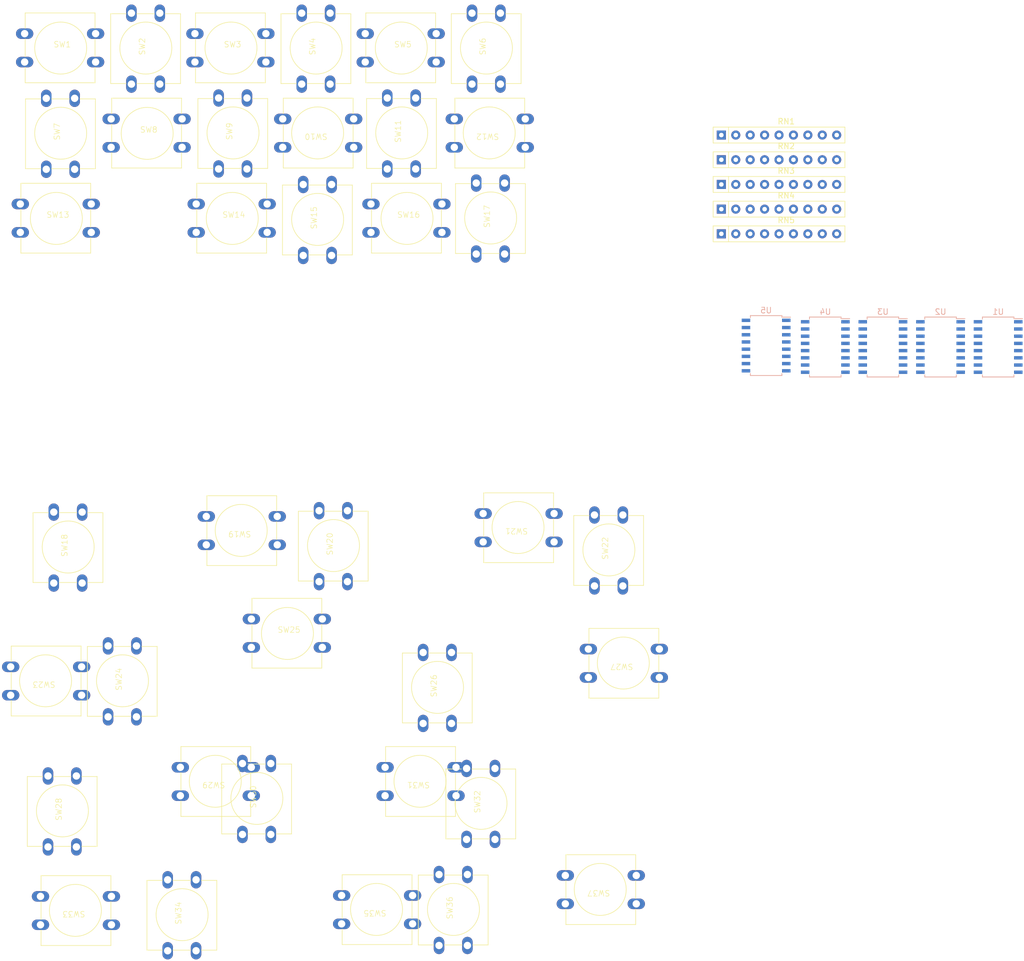
<source format=kicad_pcb>
(kicad_pcb (version 20221018) (generator pcbnew)
  (layers (0 "F.Cu" signal) (31 "B.Cu" signal) (34 "B.Paste" user) (35 "F.Paste" user) (36 "B.SilkS" user "B.Silkscreen") (37 "F.SilkS" user "F.Silkscreen") (38 "B.Mask" user) (39 "F.Mask" user) (44 "Edge.Cuts" user))
  (net 0 "")
  (net 76 "Net-(RN1-R1)")
  (net 77 "Net-(RN1-R2)")
  (net 78 "Net-(RN1-R3)")
  (net 79 "Net-(RN1-R4)")
  (net 80 "Net-(RN1-R5)")
  (net 81 "Net-(RN1-R6)")
  (net 82 "Net-(RN1-R7)")
  (net 83 "Net-(RN1-R8)")
  (footprint "RPN42Library:swith12mm" (layer "F.Cu") (at 80 45 90)
    (fp_text reference "SW4" (at 0.28 -0.64 90 unlocked) (layer "F.SilkS") (effects (font (thickness 0.1))))
    (fp_text value "SW_DPST_x2")
    (pad "1" thru_hole oval (at -6.35 -2.54 90) (size 3.048 1.85) (drill 1.3) (layers "*.Cu" "*.Mask"))
    (pad "1" thru_hole oval (at 6.15 -2.54 90) (size 3.048 1.85) (drill 1.3) (layers "*.Cu" "*.Mask"))
    (pad "2" thru_hole oval (at -6.35 2.46 90) (size 3.048 1.85) (drill 1.3) (layers "*.Cu" "*.Mask"))
    (pad "2" thru_hole oval (at 6.15 2.46 90) (size 3.048 1.85) (drill 1.3) (layers "*.Cu" "*.Mask"))
  )
  (footprint "RPN42Library:swith12mm" (layer "F.Cu") (at 32.338 156.464 180)
    (fp_text reference "SW23" (at 0.28 -0.64 180 unlocked) (layer "F.SilkS") (effects (font (thickness 0.1))))
    (fp_text value "SW_DPST_x2")
    (pad "1" thru_hole oval (at -6.35 -2.54 180) (size 3.048 1.85) (drill 1.3) (layers "*.Cu" "*.Mask"))
    (pad "1" thru_hole oval (at 6.15 -2.54 180) (size 3.048 1.85) (drill 1.3) (layers "*.Cu" "*.Mask"))
    (pad "2" thru_hole oval (at -6.35 2.46 180) (size 3.048 1.85) (drill 1.3) (layers "*.Cu" "*.Mask"))
    (pad "2" thru_hole oval (at 6.15 2.46 180) (size 3.048 1.85) (drill 1.3) (layers "*.Cu" "*.Mask"))
  )
  (footprint "RPN42Library:swith12mm" (layer "F.Cu") (at 36.322 132.896 90)
    (fp_text reference "SW18" (at 0.28 -0.64 90 unlocked) (layer "F.SilkS") (effects (font (thickness 0.1))))
    (fp_text value "SW_DPST_x2")
    (pad "1" thru_hole oval (at -6.35 -2.54 90) (size 3.048 1.85) (drill 1.3) (layers "*.Cu" "*.Mask"))
    (pad "1" thru_hole oval (at 6.15 -2.54 90) (size 3.048 1.85) (drill 1.3) (layers "*.Cu" "*.Mask"))
    (pad "2" thru_hole oval (at -6.35 2.46 90) (size 3.048 1.85) (drill 1.3) (layers "*.Cu" "*.Mask"))
    (pad "2" thru_hole oval (at 6.15 2.46 90) (size 3.048 1.85) (drill 1.3) (layers "*.Cu" "*.Mask"))
  )
  (footprint "Resistor_THT:R_Array_SIP9" (layer "F.Cu") (at 151.384 69.024)
    (fp_text reference "RN3" (at 11.43 -2.4) (layer "F.SilkS"))
    (fp_text value "R_Network08")
    (pad "1" thru_hole rect (at 0 0) (size 1.6 1.6) (drill 0.8) (layers "*.Cu" "*.Mask"))
    (pad "2" thru_hole oval (at 2.54 0) (size 1.6 1.6) (drill 0.8) (layers "*.Cu" "*.Mask"))
    (pad "3" thru_hole oval (at 5.08 0) (size 1.6 1.6) (drill 0.8) (layers "*.Cu" "*.Mask"))
    (pad "4" thru_hole oval (at 7.62 0) (size 1.6 1.6) (drill 0.8) (layers "*.Cu" "*.Mask"))
    (pad "5" thru_hole oval (at 10.16 0) (size 1.6 1.6) (drill 0.8) (layers "*.Cu" "*.Mask"))
    (pad "6" thru_hole oval (at 12.7 0) (size 1.6 1.6) (drill 0.8) (layers "*.Cu" "*.Mask"))
    (pad "7" thru_hole oval (at 15.24 0) (size 1.6 1.6) (drill 0.8) (layers "*.Cu" "*.Mask"))
    (pad "8" thru_hole oval (at 17.78 0) (size 1.6 1.6) (drill 0.8) (layers "*.Cu" "*.Mask"))
    (pad "9" thru_hole oval (at 20.32 0) (size 1.6 1.6) (drill 0.8) (layers "*.Cu" "*.Mask"))
  )
  (footprint "RPN42Library:swith12mm" (layer "F.Cu") (at 98.298 174.164 180)
    (fp_text reference "SW31" (at 0.28 -0.64 180 unlocked) (layer "F.SilkS") (effects (font (thickness 0.1))))
    (fp_text value "SW_DPST_x2")
    (pad "1" thru_hole oval (at -6.35 -2.54 180) (size 3.048 1.85) (drill 1.3) (layers "*.Cu" "*.Mask"))
    (pad "1" thru_hole oval (at 6.15 -2.54 180) (size 3.048 1.85) (drill 1.3) (layers "*.Cu" "*.Mask"))
    (pad "2" thru_hole oval (at -6.35 2.46 180) (size 3.048 1.85) (drill 1.3) (layers "*.Cu" "*.Mask"))
    (pad "2" thru_hole oval (at 6.15 2.46 180) (size 3.048 1.85) (drill 1.3) (layers "*.Cu" "*.Mask"))
  )
  (footprint "RPN42Library:swith12mm" (layer "F.Cu") (at 35 60 90)
    (fp_text reference "SW7" (at 0.28 -0.64 90 unlocked) (layer "F.SilkS") (effects (font (thickness 0.1))))
    (fp_text value "SW_DPST_x2")
    (pad "1" thru_hole oval (at -6.35 -2.54 90) (size 3.048 1.85) (drill 1.3) (layers "*.Cu" "*.Mask"))
    (pad "1" thru_hole oval (at 6.15 -2.54 90) (size 3.048 1.85) (drill 1.3) (layers "*.Cu" "*.Mask"))
    (pad "2" thru_hole oval (at -6.35 2.46 90) (size 3.048 1.85) (drill 1.3) (layers "*.Cu" "*.Mask"))
    (pad "2" thru_hole oval (at 6.15 2.46 90) (size 3.048 1.85) (drill 1.3) (layers "*.Cu" "*.Mask"))
  )
  (footprint "RPN42Library:swith12mm" (layer "F.Cu") (at 65.224 75.01)
    (fp_text reference "SW14" (at 0.28 -0.64 unlocked) (layer "F.SilkS") (effects (font (thickness 0.1))))
    (fp_text value "SW_DPST_x2")
    (pad "1" thru_hole oval (at -6.35 -2.54) (size 3.048 1.85) (drill 1.3) (layers "*.Cu" "*.Mask"))
    (pad "1" thru_hole oval (at 6.15 -2.54) (size 3.048 1.85) (drill 1.3) (layers "*.Cu" "*.Mask"))
    (pad "2" thru_hole oval (at -6.35 2.46) (size 3.048 1.85) (drill 1.3) (layers "*.Cu" "*.Mask"))
    (pad "2" thru_hole oval (at 6.15 2.46) (size 3.048 1.85) (drill 1.3) (layers "*.Cu" "*.Mask"))
  )
  (footprint "RPN42Library:swith12mm" (layer "F.Cu") (at 95 45)
    (fp_text reference "SW5" (at 0.28 -0.64 unlocked) (layer "F.SilkS") (effects (font (thickness 0.1))))
    (fp_text value "SW_DPST_x2")
    (pad "1" thru_hole oval (at -6.35 -2.54) (size 3.048 1.85) (drill 1.3) (layers "*.Cu" "*.Mask"))
    (pad "1" thru_hole oval (at 6.15 -2.54) (size 3.048 1.85) (drill 1.3) (layers "*.Cu" "*.Mask"))
    (pad "2" thru_hole oval (at -6.35 2.46) (size 3.048 1.85) (drill 1.3) (layers "*.Cu" "*.Mask"))
    (pad "2" thru_hole oval (at 6.15 2.46) (size 3.048 1.85) (drill 1.3) (layers "*.Cu" "*.Mask"))
  )
  (footprint "RPN42Library:swith12mm" (layer "F.Cu") (at 90.64 196.74 180)
    (fp_text reference "SW35" (at 0.28 -0.64 180 unlocked) (layer "F.SilkS") (effects (font (thickness 0.1))))
    (fp_text value "SW_DPST_x2")
    (pad "1" thru_hole oval (at -6.35 -2.54 180) (size 3.048 1.85) (drill 1.3) (layers "*.Cu" "*.Mask"))
    (pad "1" thru_hole oval (at 6.15 -2.54 180) (size 3.048 1.85) (drill 1.3) (layers "*.Cu" "*.Mask"))
    (pad "2" thru_hole oval (at -6.35 2.46 180) (size 3.048 1.85) (drill 1.3) (layers "*.Cu" "*.Mask"))
    (pad "2" thru_hole oval (at 6.15 2.46 180) (size 3.048 1.85) (drill 1.3) (layers "*.Cu" "*.Mask"))
  )
  (footprint "RPN42Library:swith12mm" (layer "F.Cu") (at 134.112 153.336 180)
    (fp_text reference "SW27" (at 0.28 -0.64 180 unlocked) (layer "F.SilkS") (effects (font (thickness 0.1))))
    (fp_text value "SW_DPST_x2")
    (pad "1" thru_hole oval (at -6.35 -2.54 180) (size 3.048 1.85) (drill 1.3) (layers "*.Cu" "*.Mask"))
    (pad "1" thru_hole oval (at 6.15 -2.54 180) (size 3.048 1.85) (drill 1.3) (layers "*.Cu" "*.Mask"))
    (pad "2" thru_hole oval (at -6.35 2.46 180) (size 3.048 1.85) (drill 1.3) (layers "*.Cu" "*.Mask"))
    (pad "2" thru_hole oval (at 6.15 2.46 180) (size 3.048 1.85) (drill 1.3) (layers "*.Cu" "*.Mask"))
  )
  (footprint "RPN42Library:swith12mm" (layer "F.Cu") (at 65.358 59.944 90)
    (fp_text reference "SW9" (at 0.28 -0.64 90 unlocked) (layer "F.SilkS") (effects (font (thickness 0.1))))
    (fp_text value "SW_DPST_x2")
    (pad "1" thru_hole oval (at -6.35 -2.54 90) (size 3.048 1.85) (drill 1.3) (layers "*.Cu" "*.Mask"))
    (pad "1" thru_hole oval (at 6.15 -2.54 90) (size 3.048 1.85) (drill 1.3) (layers "*.Cu" "*.Mask"))
    (pad "2" thru_hole oval (at -6.35 2.46 90) (size 3.048 1.85) (drill 1.3) (layers "*.Cu" "*.Mask"))
    (pad "2" thru_hole oval (at 6.15 2.46 90) (size 3.048 1.85) (drill 1.3) (layers "*.Cu" "*.Mask"))
  )
  (footprint "RPN42Library:swith12mm" (layer "F.Cu") (at 45.888 156.464 90)
    (fp_text reference "SW24" (at 0.28 -0.64 90 unlocked) (layer "F.SilkS") (effects (font (thickness 0.1))))
    (fp_text value "SW_DPST_x2")
    (pad "1" thru_hole oval (at -6.35 -2.54 90) (size 3.048 1.85) (drill 1.3) (layers "*.Cu" "*.Mask"))
    (pad "1" thru_hole oval (at 6.15 -2.54 90) (size 3.048 1.85) (drill 1.3) (layers "*.Cu" "*.Mask"))
    (pad "2" thru_hole oval (at -6.35 2.46 90) (size 3.048 1.85) (drill 1.3) (layers "*.Cu" "*.Mask"))
    (pad "2" thru_hole oval (at 6.15 2.46 90) (size 3.048 1.85) (drill 1.3) (layers "*.Cu" "*.Mask"))
  )
  (footprint "RPN42Library:swith12mm" (layer "F.Cu") (at 104.19 196.74 90)
    (fp_text reference "SW36" (at 0.28 -0.64 90 unlocked) (layer "F.SilkS") (effects (font (thickness 0.1))))
    (fp_text value "SW_DPST_x2")
    (pad "1" thru_hole oval (at -6.35 -2.54 90) (size 3.048 1.85) (drill 1.3) (layers "*.Cu" "*.Mask"))
    (pad "1" thru_hole oval (at 6.15 -2.54 90) (size 3.048 1.85) (drill 1.3) (layers "*.Cu" "*.Mask"))
    (pad "2" thru_hole oval (at -6.35 2.46 90) (size 3.048 1.85) (drill 1.3) (layers "*.Cu" "*.Mask"))
    (pad "2" thru_hole oval (at 6.15 2.46 90) (size 3.048 1.85) (drill 1.3) (layers "*.Cu" "*.Mask"))
  )
  (footprint "RPN42Library:swith12mm" (layer "F.Cu") (at 110.744 74.93 90)
    (fp_text reference "SW17" (at 0.28 -0.64 90 unlocked) (layer "F.SilkS") (effects (font (thickness 0.1))))
    (fp_text value "SW_DPST_x2")
    (pad "1" thru_hole oval (at -6.35 -2.54 90) (size 3.048 1.85) (drill 1.3) (layers "*.Cu" "*.Mask"))
    (pad "1" thru_hole oval (at 6.15 -2.54 90) (size 3.048 1.85) (drill 1.3) (layers "*.Cu" "*.Mask"))
    (pad "2" thru_hole oval (at -6.35 2.46 90) (size 3.048 1.85) (drill 1.3) (layers "*.Cu" "*.Mask"))
    (pad "2" thru_hole oval (at 6.15 2.46 90) (size 3.048 1.85) (drill 1.3) (layers "*.Cu" "*.Mask"))
  )
  (footprint "Resistor_THT:R_Array_SIP9" (layer "F.Cu") (at 151.384 60.324)
    (fp_text reference "RN1" (at 11.43 -2.4) (layer "F.SilkS"))
    (fp_text value "R_Network08")
    (pad "1" thru_hole rect (at 0 0) (size 1.6 1.6) (drill 0.8) (layers "*.Cu" "*.Mask"))
    (pad "2" thru_hole oval (at 2.54 0) (size 1.6 1.6) (drill 0.8) (layers "*.Cu" "*.Mask") (net 76 "Net-(RN1-R1)"))
    (pad "3" thru_hole oval (at 5.08 0) (size 1.6 1.6) (drill 0.8) (layers "*.Cu" "*.Mask") (net 77 "Net-(RN1-R2)"))
    (pad "4" thru_hole oval (at 7.62 0) (size 1.6 1.6) (drill 0.8) (layers "*.Cu" "*.Mask") (net 78 "Net-(RN1-R3)"))
    (pad "5" thru_hole oval (at 10.16 0) (size 1.6 1.6) (drill 0.8) (layers "*.Cu" "*.Mask") (net 79 "Net-(RN1-R4)"))
    (pad "6" thru_hole oval (at 12.7 0) (size 1.6 1.6) (drill 0.8) (layers "*.Cu" "*.Mask") (net 80 "Net-(RN1-R5)"))
    (pad "7" thru_hole oval (at 15.24 0) (size 1.6 1.6) (drill 0.8) (layers "*.Cu" "*.Mask") (net 81 "Net-(RN1-R6)"))
    (pad "8" thru_hole oval (at 17.78 0) (size 1.6 1.6) (drill 0.8) (layers "*.Cu" "*.Mask") (net 82 "Net-(RN1-R7)"))
    (pad "9" thru_hole oval (at 20.32 0) (size 1.6 1.6) (drill 0.8) (layers "*.Cu" "*.Mask") (net 83 "Net-(RN1-R8)"))
  )
  (footprint "Resistor_THT:R_Array_SIP9" (layer "F.Cu") (at 151.384 77.724)
    (fp_text reference "RN5" (at 11.43 -2.4) (layer "F.SilkS"))
    (fp_text value "R_Network08")
    (pad "1" thru_hole rect (at 0 0) (size 1.6 1.6) (drill 0.8) (layers "*.Cu" "*.Mask"))
    (pad "2" thru_hole oval (at 2.54 0) (size 1.6 1.6) (drill 0.8) (layers "*.Cu" "*.Mask"))
    (pad "3" thru_hole oval (at 5.08 0) (size 1.6 1.6) (drill 0.8) (layers "*.Cu" "*.Mask"))
    (pad "4" thru_hole oval (at 7.62 0) (size 1.6 1.6) (drill 0.8) (layers "*.Cu" "*.Mask"))
    (pad "5" thru_hole oval (at 10.16 0) (size 1.6 1.6) (drill 0.8) (layers "*.Cu" "*.Mask"))
    (pad "6" thru_hole oval (at 12.7 0) (size 1.6 1.6) (drill 0.8) (layers "*.Cu" "*.Mask"))
    (pad "7" thru_hole oval (at 15.24 0) (size 1.6 1.6) (drill 0.8) (layers "*.Cu" "*.Mask"))
    (pad "8" thru_hole oval (at 17.78 0) (size 1.6 1.6) (drill 0.8) (layers "*.Cu" "*.Mask"))
    (pad "9" thru_hole oval (at 20.32 0) (size 1.6 1.6) (drill 0.8) (layers "*.Cu" "*.Mask"))
  )
  (footprint "RPN42Library:swith12mm" (layer "F.Cu") (at 96.012 75.01)
    (fp_text reference "SW16" (at 0.28 -0.64 unlocked) (layer "F.SilkS") (effects (font (thickness 0.1))))
    (fp_text value "SW_DPST_x2")
    (pad "1" thru_hole oval (at -6.35 -2.54) (size 3.048 1.85) (drill 1.3) (layers "*.Cu" "*.Mask"))
    (pad "1" thru_hole oval (at 6.15 -2.54) (size 3.048 1.85) (drill 1.3) (layers "*.Cu" "*.Mask"))
    (pad "2" thru_hole oval (at -6.35 2.46) (size 3.048 1.85) (drill 1.3) (layers "*.Cu" "*.Mask"))
    (pad "2" thru_hole oval (at 6.15 2.46) (size 3.048 1.85) (drill 1.3) (layers "*.Cu" "*.Mask"))
  )
  (footprint "RPN42Library:swith12mm" (layer "F.Cu") (at 69.558 177.182 90)
    (fp_text reference "SW30" (at 0.28 -0.64 90 unlocked) (layer "F.SilkS") (effects (font (thickness 0.1))))
    (fp_text value "SW_DPST_x2")
    (pad "1" thru_hole oval (at -6.35 -2.54 90) (size 3.048 1.85) (drill 1.3) (layers "*.Cu" "*.Mask"))
    (pad "1" thru_hole oval (at 6.15 -2.54 90) (size 3.048 1.85) (drill 1.3) (layers "*.Cu" "*.Mask"))
    (pad "2" thru_hole oval (at -6.35 2.46 90) (size 3.048 1.85) (drill 1.3) (layers "*.Cu" "*.Mask"))
    (pad "2" thru_hole oval (at 6.15 2.46 90) (size 3.048 1.85) (drill 1.3) (layers "*.Cu" "*.Mask"))
  )
  (footprint "RPN42Library:swith12mm" (layer "F.Cu") (at 56.388 197.666 90)
    (fp_text reference "SW34" (at 0.28 -0.64 90 unlocked) (layer "F.SilkS") (effects (font (thickness 0.1))))
    (fp_text value "SW_DPST_x2")
    (pad "1" thru_hole oval (at -6.35 -2.54 90) (size 3.048 1.85) (drill 1.3) (layers "*.Cu" "*.Mask"))
    (pad "1" thru_hole oval (at 6.15 -2.54 90) (size 3.048 1.85) (drill 1.3) (layers "*.Cu" "*.Mask"))
    (pad "2" thru_hole oval (at -6.35 2.46 90) (size 3.048 1.85) (drill 1.3) (layers "*.Cu" "*.Mask"))
    (pad "2" thru_hole oval (at 6.15 2.46 90) (size 3.048 1.85) (drill 1.3) (layers "*.Cu" "*.Mask"))
  )
  (footprint "RPN42Library:swith12mm" (layer "F.Cu") (at 35.306 179.378 90)
    (fp_text reference "SW28" (at 0.28 -0.64 90 unlocked) (layer "F.SilkS") (effects (font (thickness 0.1))))
    (fp_text value "SW_DPST_x2")
    (pad "1" thru_hole oval (at -6.35 -2.54 90) (size 3.048 1.85) (drill 1.3) (layers "*.Cu" "*.Mask"))
    (pad "1" thru_hole oval (at 6.15 -2.54 90) (size 3.048 1.85) (drill 1.3) (layers "*.Cu" "*.Mask"))
    (pad "2" thru_hole oval (at -6.35 2.46 90) (size 3.048 1.85) (drill 1.3) (layers "*.Cu" "*.Mask"))
    (pad "2" thru_hole oval (at 6.15 2.46 90) (size 3.048 1.85) (drill 1.3) (layers "*.Cu" "*.Mask"))
  )
  (footprint "RPN42Library:swith12mm" (layer "F.Cu") (at 130.048 193.214 180)
    (fp_text reference "SW37" (at 0.28 -0.64 180 unlocked) (layer "F.SilkS") (effects (font (thickness 0.1))))
    (fp_text value "SW_DPST_x2")
    (pad "1" thru_hole oval (at -6.35 -2.54 180) (size 3.048 1.85) (drill 1.3) (layers "*.Cu" "*.Mask"))
    (pad "1" thru_hole oval (at 6.15 -2.54 180) (size 3.048 1.85) (drill 1.3) (layers "*.Cu" "*.Mask"))
    (pad "2" thru_hole oval (at -6.35 2.46 180) (size 3.048 1.85) (drill 1.3) (layers "*.Cu" "*.Mask"))
    (pad "2" thru_hole oval (at 6.15 2.46 180) (size 3.048 1.85) (drill 1.3) (layers "*.Cu" "*.Mask"))
  )
  (footprint "RPN42Library:swith12mm" (layer "F.Cu") (at 34.236 75.01)
    (fp_text reference "SW13" (at 0.28 -0.64 unlocked) (layer "F.SilkS") (effects (font (thickness 0.1))))
    (fp_text value "SW_DPST_x2")
    (pad "1" thru_hole oval (at -6.35 -2.54) (size 3.048 1.85) (drill 1.3) (layers "*.Cu" "*.Mask"))
    (pad "1" thru_hole oval (at 6.15 -2.54) (size 3.048 1.85) (drill 1.3) (layers "*.Cu" "*.Mask"))
    (pad "2" thru_hole oval (at -6.35 2.46) (size 3.048 1.85) (drill 1.3) (layers "*.Cu" "*.Mask"))
    (pad "2" thru_hole oval (at 6.15 2.46) (size 3.048 1.85) (drill 1.3) (layers "*.Cu" "*.Mask"))
  )
  (footprint "RPN42Library:swith12mm" (layer "F.Cu") (at 95.076 59.944 90)
    (fp_text reference "SW11" (at 0.28 -0.64 90 unlocked) (layer "F.SilkS") (effects (font (thickness 0.1))))
    (fp_text value "SW_DPST_x2")
    (pad "1" thru_hole oval (at -6.35 -2.54 90) (size 3.048 1.85) (drill 1.3) (layers "*.Cu" "*.Mask"))
    (pad "1" thru_hole oval (at 6.15 -2.54 90) (size 3.048 1.85) (drill 1.3) (layers "*.Cu" "*.Mask"))
    (pad "2" thru_hole oval (at -6.35 2.46 90) (size 3.048 1.85) (drill 1.3) (layers "*.Cu" "*.Mask"))
    (pad "2" thru_hole oval (at 6.15 2.46 90) (size 3.048 1.85) (drill 1.3) (layers "*.Cu" "*.Mask"))
  )
  (footprint "RPN42Library:swith12mm" (layer "F.Cu") (at 50.238 60.024)
    (fp_text reference "SW8" (at 0.28 -0.64 unlocked) (layer "F.SilkS") (effects (font (thickness 0.1))))
    (fp_text value "SW_DPST_x2")
    (pad "1" thru_hole oval (at -6.35 -2.54) (size 3.048 1.85) (drill 1.3) (layers "*.Cu" "*.Mask"))
    (pad "1" thru_hole oval (at 6.15 -2.54) (size 3.048 1.85) (drill 1.3) (layers "*.Cu" "*.Mask"))
    (pad "2" thru_hole oval (at -6.35 2.46) (size 3.048 1.85) (drill 1.3) (layers "*.Cu" "*.Mask"))
    (pad "2" thru_hole oval (at 6.15 2.46) (size 3.048 1.85) (drill 1.3) (layers "*.Cu" "*.Mask"))
  )
  (footprint "RPN42Library:swith12mm" (layer "F.Cu") (at 35 45)
    (fp_text reference "SW1" (at 0.28 -0.64 unlocked) (layer "F.SilkS") (effects (font (thickness 0.1))))
    (fp_text value "SW_DPST_x2")
    (pad "1" thru_hole oval (at -6.35 -2.54) (size 3.048 1.85) (drill 1.3) (layers "*.Cu" "*.Mask"))
    (pad "1" thru_hole oval (at 6.15 -2.54) (size 3.048 1.85) (drill 1.3) (layers "*.Cu" "*.Mask"))
    (pad "2" thru_hole oval (at -6.35 2.46) (size 3.048 1.85) (drill 1.3) (layers "*.Cu" "*.Mask"))
    (pad "2" thru_hole oval (at 6.15 2.46) (size 3.048 1.85) (drill 1.3) (layers "*.Cu" "*.Mask"))
  )
  (footprint "RPN42Library:swith12mm" (layer "F.Cu") (at 83.058 132.642 90)
    (fp_text reference "SW20" (at 0.28 -0.64 90 unlocked) (layer "F.SilkS") (effects (font (thickness 0.1))))
    (fp_text value "SW_DPST_x2")
    (pad "1" thru_hole oval (at -6.35 -2.54 90) (size 3.048 1.85) (drill 1.3) (layers "*.Cu" "*.Mask"))
    (pad "1" thru_hole oval (at 6.15 -2.54 90) (size 3.048 1.85) (drill 1.3) (layers "*.Cu" "*.Mask"))
    (pad "2" thru_hole oval (at -6.35 2.46 90) (size 3.048 1.85) (drill 1.3) (layers "*.Cu" "*.Mask"))
    (pad "2" thru_hole oval (at 6.15 2.46 90) (size 3.048 1.85) (drill 1.3) (layers "*.Cu" "*.Mask"))
  )
  (footprint "RPN42Library:swith12mm" (layer "F.Cu") (at 110 45 90)
    (fp_text reference "SW6" (at 0.28 -0.64 90 unlocked) (layer "F.SilkS") (effects (font (thickness 0.1))))
    (fp_text value "SW_DPST_x2")
    (pad "1" thru_hole oval (at -6.35 -2.54 90) (size 3.048 1.85) (drill 1.3) (layers "*.Cu" "*.Mask"))
    (pad "1" thru_hole oval (at 6.15 -2.54 90) (size 3.048 1.85) (drill 1.3) (layers "*.Cu" "*.Mask"))
    (pad "2" thru_hole oval (at -6.35 2.46 90) (size 3.048 1.85) (drill 1.3) (layers "*.Cu" "*.Mask"))
    (pad "2" thru_hole oval (at 6.15 2.46 90) (size 3.048 1.85) (drill 1.3) (layers "*.Cu" "*.Mask"))
  )
  (footprint "Resistor_THT:R_Array_SIP9" (layer "F.Cu") (at 151.384 73.374)
    (fp_text reference "RN4" (at 11.43 -2.4) (layer "F.SilkS"))
    (fp_text value "R_Network08")
    (pad "1" thru_hole rect (at 0 0) (size 1.6 1.6) (drill 0.8) (layers "*.Cu" "*.Mask"))
    (pad "2" thru_hole oval (at 2.54 0) (size 1.6 1.6) (drill 0.8) (layers "*.Cu" "*.Mask"))
    (pad "3" thru_hole oval (at 5.08 0) (size 1.6 1.6) (drill 0.8) (layers "*.Cu" "*.Mask"))
    (pad "4" thru_hole oval (at 7.62 0) (size 1.6 1.6) (drill 0.8) (layers "*.Cu" "*.Mask"))
    (pad "5" thru_hole oval (at 10.16 0) (size 1.6 1.6) (drill 0.8) (layers "*.Cu" "*.Mask"))
    (pad "6" thru_hole oval (at 12.7 0) (size 1.6 1.6) (drill 0.8) (layers "*.Cu" "*.Mask"))
    (pad "7" thru_hole oval (at 15.24 0) (size 1.6 1.6) (drill 0.8) (layers "*.Cu" "*.Mask"))
    (pad "8" thru_hole oval (at 17.78 0) (size 1.6 1.6) (drill 0.8) (layers "*.Cu" "*.Mask"))
    (pad "9" thru_hole oval (at 20.32 0) (size 1.6 1.6) (drill 0.8) (layers "*.Cu" "*.Mask"))
  )
  (footprint "RPN42Library:swith12mm" (layer "F.Cu") (at 109.046 178.054 90)
    (fp_text reference "SW32" (at 0.28 -0.64 90 unlocked) (layer "F.SilkS") (effects (font (thickness 0.1))))
    (fp_text value "SW_DPST_x2")
    (pad "1" thru_hole oval (at -6.35 -2.54 90) (size 3.048 1.85) (drill 1.3) (layers "*.Cu" "*.Mask"))
    (pad "1" thru_hole oval (at 6.15 -2.54 90) (size 3.048 1.85) (drill 1.3) (layers "*.Cu" "*.Mask"))
    (pad "2" thru_hole oval (at -6.35 2.46 90) (size 3.048 1.85) (drill 1.3) (layers "*.Cu" "*.Mask"))
    (pad "2" thru_hole oval (at 6.15 2.46 90) (size 3.048 1.85) (drill 1.3) (layers "*.Cu" "*.Mask"))
  )
  (footprint "RPN42Library:swith12mm" (layer "F.Cu") (at 80.264 75.184 90)
    (fp_text reference "SW15" (at 0.28 -0.64 90 unlocked) (layer "F.SilkS") (effects (font (thickness 0.1))))
    (fp_text value "SW_DPST_x2")
    (pad "1" thru_hole oval (at -6.35 -2.54 90) (size 3.048 1.85) (drill 1.3) (layers "*.Cu" "*.Mask"))
    (pad "1" thru_hole oval (at 6.15 -2.54 90) (size 3.048 1.85) (drill 1.3) (layers "*.Cu" "*.Mask"))
    (pad "2" thru_hole oval (at -6.35 2.46 90) (size 3.048 1.85) (drill 1.3) (layers "*.Cu" "*.Mask"))
    (pad "2" thru_hole oval (at 6.15 2.46 90) (size 3.048 1.85) (drill 1.3) (layers "*.Cu" "*.Mask"))
  )
  (footprint "RPN42Library:swith12mm" (layer "F.Cu") (at 66.802 129.968 180)
    (fp_text reference "SW19" (at 0.28 -0.64 180 unlocked) (layer "F.SilkS") (effects (font (thickness 0.1))))
    (fp_text value "SW_DPST_x2")
    (pad "1" thru_hole oval (at -6.35 -2.54 180) (size 3.048 1.85) (drill 1.3) (layers "*.Cu" "*.Mask"))
    (pad "1" thru_hole oval (at 6.15 -2.54 180) (size 3.048 1.85) (drill 1.3) (layers "*.Cu" "*.Mask"))
    (pad "2" thru_hole oval (at -6.35 2.46 180) (size 3.048 1.85) (drill 1.3) (layers "*.Cu" "*.Mask"))
    (pad "2" thru_hole oval (at 6.15 2.46 180) (size 3.048 1.85) (drill 1.3) (layers "*.Cu" "*.Mask"))
  )
  (footprint "RPN42Library:swith12mm" (layer "F.Cu") (at 80.264 59.944 180)
    (fp_text reference "SW10" (at 0.28 -0.64 180 unlocked) (layer "F.SilkS") (effects (font (thickness 0.1))))
    (fp_text value "SW_DPST_x2")
    (pad "1" thru_hole oval (at -6.35 -2.54 180) (size 3.048 1.85) (drill 1.3) (layers "*.Cu" "*.Mask"))
    (pad "1" thru_hole oval (at 6.15 -2.54 180) (size 3.048 1.85) (drill 1.3) (layers "*.Cu" "*.Mask"))
    (pad "2" thru_hole oval (at -6.35 2.46 180) (size 3.048 1.85) (drill 1.3) (layers "*.Cu" "*.Mask"))
    (pad "2" thru_hole oval (at 6.15 2.46 180) (size 3.048 1.85) (drill 1.3) (layers "*.Cu" "*.Mask"))
  )
  (footprint "Resistor_THT:R_Array_SIP9" (layer "F.Cu") (at 151.384 64.674)
    (fp_text reference "RN2" (at 11.43 -2.4) (layer "F.SilkS"))
    (fp_text value "R_Network08")
    (pad "1" thru_hole rect (at 0 0) (size 1.6 1.6) (drill 0.8) (layers "*.Cu" "*.Mask"))
    (pad "2" thru_hole oval (at 2.54 0) (size 1.6 1.6) (drill 0.8) (layers "*.Cu" "*.Mask"))
    (pad "3" thru_hole oval (at 5.08 0) (size 1.6 1.6) (drill 0.8) (layers "*.Cu" "*.Mask"))
    (pad "4" thru_hole oval (at 7.62 0) (size 1.6 1.6) (drill 0.8) (layers "*.Cu" "*.Mask"))
    (pad "5" thru_hole oval (at 10.16 0) (size 1.6 1.6) (drill 0.8) (layers "*.Cu" "*.Mask"))
    (pad "6" thru_hole oval (at 12.7 0) (size 1.6 1.6) (drill 0.8) (layers "*.Cu" "*.Mask"))
    (pad "7" thru_hole oval (at 15.24 0) (size 1.6 1.6) (drill 0.8) (layers "*.Cu" "*.Mask"))
    (pad "8" thru_hole oval (at 17.78 0) (size 1.6 1.6) (drill 0.8) (layers "*.Cu" "*.Mask"))
    (pad "9" thru_hole oval (at 20.32 0) (size 1.6 1.6) (drill 0.8) (layers "*.Cu" "*.Mask"))
  )
  (footprint "RPN42Library:swith12mm" (layer "F.Cu") (at 74.944 148.122)
    (fp_text reference "SW25" (at 0.28 -0.64 unlocked) (layer "F.SilkS") (effects (font (thickness 0.1))))
    (fp_text value "SW_DPST_x2")
    (pad "1" thru_hole oval (at -6.35 -2.54) (size 3.048 1.85) (drill 1.3) (layers "*.Cu" "*.Mask"))
    (pad "1" thru_hole oval (at 6.15 -2.54) (size 3.048 1.85) (drill 1.3) (layers "*.Cu" "*.Mask"))
    (pad "2" thru_hole oval (at -6.35 2.46) (size 3.048 1.85) (drill 1.3) (layers "*.Cu" "*.Mask"))
    (pad "2" thru_hole oval (at 6.15 2.46) (size 3.048 1.85) (drill 1.3) (layers "*.Cu" "*.Mask"))
  )
  (footprint "RPN42Library:swith12mm" (layer "F.Cu") (at 50 45 90)
    (fp_text reference "SW2" (at 0.28 -0.64 90 unlocked) (layer "F.SilkS") (effects (font (thickness 0.1))))
    (fp_text value "SW_DPST_x2")
    (pad "1" thru_hole oval (at -6.35 -2.54 90) (size 3.048 1.85) (drill 1.3) (layers "*.Cu" "*.Mask"))
    (pad "1" thru_hole oval (at 6.15 -2.54 90) (size 3.048 1.85) (drill 1.3) (layers "*.Cu" "*.Mask"))
    (pad "2" thru_hole oval (at -6.35 2.46 90) (size 3.048 1.85) (drill 1.3) (layers "*.Cu" "*.Mask"))
    (pad "2" thru_hole oval (at 6.15 2.46 90) (size 3.048 1.85) (drill 1.3) (layers "*.Cu" "*.Mask"))
  )
  (footprint "RPN42Library:swith12mm" (layer "F.Cu") (at 115.57 129.46 180)
    (fp_text reference "SW21" (at 0.28 -0.64 180 unlocked) (layer "F.SilkS") (effects (font (thickness 0.1))))
    (fp_text value "SW_DPST_x2")
    (pad "1" thru_hole oval (at -6.35 -2.54 180) (size 3.048 1.85) (drill 1.3) (layers "*.Cu" "*.Mask"))
    (pad "1" thru_hole oval (at 6.15 -2.54 180) (size 3.048 1.85) (drill 1.3) (layers "*.Cu" "*.Mask"))
    (pad "2" thru_hole oval (at -6.35 2.46 180) (size 3.048 1.85) (drill 1.3) (layers "*.Cu" "*.Mask"))
    (pad "2" thru_hole oval (at 6.15 2.46 180) (size 3.048 1.85) (drill 1.3) (layers "*.Cu" "*.Mask"))
  )
  (footprint "RPN42Library:swith12mm" (layer "F.Cu") (at 37.592 196.904 180)
    (fp_text reference "SW33" (at 0.28 -0.64 180 unlocked) (layer "F.SilkS") (effects (font (thickness 0.1))))
    (fp_text value "SW_DPST_x2")
    (pad "1" thru_hole oval (at -6.35 -2.54 180) (size 3.048 1.85) (drill 1.3) (layers "*.Cu" "*.Mask"))
    (pad "1" thru_hole oval (at 6.15 -2.54 180) (size 3.048 1.85) (drill 1.3) (layers "*.Cu" "*.Mask"))
    (pad "2" thru_hole oval (at -6.35 2.46 180) (size 3.048 1.85) (drill 1.3) (layers "*.Cu" "*.Mask"))
    (pad "2" thru_hole oval (at 6.15 2.46 180) (size 3.048 1.85) (drill 1.3) (layers "*.Cu" "*.Mask"))
  )
  (footprint "RPN42Library:swith12mm" (layer "F.Cu") (at 110.49 59.944 180)
    (fp_text reference "SW12" (at 0.28 -0.64 180 unlocked) (layer "F.SilkS") (effects (font (thickness 0.1))))
    (fp_text value "SW_DPST_x2")
    (pad "1" thru_hole oval (at -6.35 -2.54 180) (size 3.048 1.85) (drill 1.3) (layers "*.Cu" "*.Mask"))
    (pad "1" thru_hole oval (at 6.15 -2.54 180) (size 3.048 1.85) (drill 1.3) (layers "*.Cu" "*.Mask"))
    (pad "2" thru_hole oval (at -6.35 2.46 180) (size 3.048 1.85) (drill 1.3) (layers "*.Cu" "*.Mask"))
    (pad "2" thru_hole oval (at 6.15 2.46 180) (size 3.048 1.85) (drill 1.3) (layers "*.Cu" "*.Mask"))
  )
  (footprint "RPN42Library:swith12mm" (layer "F.Cu") (at 131.572 133.404 90)
    (fp_text reference "SW22" (at 0.28 -0.64 90 unlocked) (layer "F.SilkS") (effects (font (thickness 0.1))))
    (fp_text value "SW_DPST_x2")
    (pad "1" thru_hole oval (at -6.35 -2.54 90) (size 3.048 1.85) (drill 1.3) (layers "*.Cu" "*.Mask"))
    (pad "1" thru_hole oval (at 6.15 -2.54 90) (size 3.048 1.85) (drill 1.3) (layers "*.Cu" "*.Mask"))
    (pad "2" thru_hole oval (at -6.35 2.46 90) (size 3.048 1.85) (drill 1.3) (layers "*.Cu" "*.Mask"))
    (pad "2" thru_hole oval (at 6.15 2.46 90) (size 3.048 1.85) (drill 1.3) (layers "*.Cu" "*.Mask"))
  )
  (footprint "RPN42Library:swith12mm" (layer "F.Cu") (at 101.386 157.624 90)
    (fp_text reference "SW26" (at 0.28 -0.64 90 unlocked) (layer "F.SilkS") (effects (font (thickness 0.1))))
    (fp_text value "SW_DPST_x2")
    (pad "1" thru_hole oval (at -6.35 -2.54 90) (size 3.048 1.85) (drill 1.3) (layers "*.Cu" "*.Mask"))
    (pad "1" thru_hole oval (at 6.15 -2.54 90) (size 3.048 1.85) (drill 1.3) (layers "*.Cu" "*.Mask"))
    (pad "2" thru_hole oval (at -6.35 2.46 90) (size 3.048 1.85) (drill 1.3) (layers "*.Cu" "*.Mask"))
    (pad "2" thru_hole oval (at 6.15 2.46 90) (size 3.048 1.85) (drill 1.3) (layers "*.Cu" "*.Mask"))
  )
  (footprint "RPN42Library:swith12mm" (layer "F.Cu") (at 65 45)
    (fp_text reference "SW3" (at 0.28 -0.64 unlocked) (layer "F.SilkS") (effects (font (thickness 0.1))))
    (fp_text value "SW_DPST_x2")
    (pad "1" thru_hole oval (at -6.35 -2.54) (size 3.048 1.85) (drill 1.3) (layers "*.Cu" "*.Mask"))
    (pad "1" thru_hole oval (at 6.15 -2.54) (size 3.048 1.85) (drill 1.3) (layers "*.Cu" "*.Mask"))
    (pad "2" thru_hole oval (at -6.35 2.46) (size 3.048 1.85) (drill 1.3) (layers "*.Cu" "*.Mask"))
    (pad "2" thru_hole oval (at 6.15 2.46) (size 3.048 1.85) (drill 1.3) (layers "*.Cu" "*.Mask"))
  )
  (footprint "RPN42Library:swith12mm" (layer "F.Cu") (at 62.23 174.164 180)
    (fp_text reference "SW29" (at 0.28 -0.64 180 unlocked) (layer "F.SilkS") (effects (font (thickness 0.1))))
    (fp_text value "SW_DPST_x2")
    (pad "1" thru_hole oval (at -6.35 -2.54 180) (size 3.048 1.85) (drill 1.3) (layers "*.Cu" "*.Mask"))
    (pad "1" thru_hole oval (at 6.15 -2.54 180) (size 3.048 1.85) (drill 1.3) (layers "*.Cu" "*.Mask"))
    (pad "2" thru_hole oval (at -6.35 2.46 180) (size 3.048 1.85) (drill 1.3) (layers "*.Cu" "*.Mask"))
    (pad "2" thru_hole oval (at 6.15 2.46 180) (size 3.048 1.85) (drill 1.3) (layers "*.Cu" "*.Mask"))
  )
  (footprint "Package_SO:SOIC-16W_5.3x10.2mm_P1.27mm" (layer "B.Cu") (at 200.146 97.663 180)
    (fp_text reference "U1" (at 0 6.2) (layer "B.SilkS") (effects (justify mirror)))
    (fp_text value "74HC165")
    (pad "1" smd rect (at -3.55 4.445 180) (size 1.5 0.6) (layers "B.Cu" "B.Paste" "B.Mask"))
    (pad "2" smd rect (at -3.55 3.175 180) (size 1.5 0.6) (layers "B.Cu" "B.Paste" "B.Mask"))
    (pad "3" smd rect (at -3.55 1.905 180) (size 1.5 0.6) (layers "B.Cu" "B.Paste" "B.Mask") (net 80 "Net-(RN1-R5)"))
    (pad "4" smd rect (at -3.55 0.635 180) (size 1.5 0.6) (layers "B.Cu" "B.Paste" "B.Mask") (net 81 "Net-(RN1-R6)"))
    (pad "5" smd rect (at -3.55 -0.635 180) (size 1.5 0.6) (layers "B.Cu" "B.Paste" "B.Mask") (net 82 "Net-(RN1-R7)"))
    (pad "6" smd rect (at -3.55 -1.905 180) (size 1.5 0.6) (layers "B.Cu" "B.Paste" "B.Mask") (net 83 "Net-(RN1-R8)"))
    (pad "7" smd rect (at -3.55 -3.175 180) (size 1.5 0.6) (layers "B.Cu" "B.Paste" "B.Mask"))
    (pad "8" smd rect (at -3.55 -4.445 180) (size 1.5 0.6) (layers "B.Cu" "B.Paste" "B.Mask"))
    (pad "9" smd rect (at 3.55 -4.445 180) (size 1.5 0.6) (layers "B.Cu" "B.Paste" "B.Mask"))
    (pad "10" smd rect (at 3.55 -3.175 180) (size 1.5 0.6) (layers "B.Cu" "B.Paste" "B.Mask"))
    (pad "11" smd rect (at 3.55 -1.905 180) (size 1.5 0.6) (layers "B.Cu" "B.Paste" "B.Mask") (net 76 "Net-(RN1-R1)"))
    (pad "12" smd rect (at 3.55 -0.635 180) (size 1.5 0.6) (layers "B.Cu" "B.Paste" "B.Mask") (net 77 "Net-(RN1-R2)"))
    (pad "13" smd rect (at 3.55 0.635 180) (size 1.5 0.6) (layers "B.Cu" "B.Paste" "B.Mask") (net 78 "Net-(RN1-R3)"))
    (pad "14" smd rect (at 3.55 1.905 180) (size 1.5 0.6) (layers "B.Cu" "B.Paste" "B.Mask") (net 79 "Net-(RN1-R4)"))
    (pad "15" smd rect (at 3.55 3.175 180) (size 1.5 0.6) (layers "B.Cu" "B.Paste" "B.Mask"))
    (pad "16" smd rect (at 3.55 4.445 180) (size 1.5 0.6) (layers "B.Cu" "B.Paste" "B.Mask"))
  )
  (footprint "Package_SO:SOIC-16W_5.3x10.2mm_P1.27mm" (layer "B.Cu") (at 169.696 97.663 180)
    (fp_text reference "U4" (at 0 6.2) (layer "B.SilkS") (effects (justify mirror)))
    (fp_text value "74HC165")
    (pad "1" smd rect (at -3.55 4.445 180) (size 1.5 0.6) (layers "B.Cu" "B.Paste" "B.Mask"))
    (pad "2" smd rect (at -3.55 3.175 180) (size 1.5 0.6) (layers "B.Cu" "B.Paste" "B.Mask"))
    (pad "3" smd rect (at -3.55 1.905 180) (size 1.5 0.6) (layers "B.Cu" "B.Paste" "B.Mask"))
    (pad "4" smd rect (at -3.55 0.635 180) (size 1.5 0.6) (layers "B.Cu" "B.Paste" "B.Mask"))
    (pad "5" smd rect (at -3.55 -0.635 180) (size 1.5 0.6) (layers "B.Cu" "B.Paste" "B.Mask"))
    (pad "6" smd rect (at -3.55 -1.905 180) (size 1.5 0.6) (layers "B.Cu" "B.Paste" "B.Mask"))
    (pad "7" smd rect (at -3.55 -3.175 180) (size 1.5 0.6) (layers "B.Cu" "B.Paste" "B.Mask"))
    (pad "8" smd rect (at -3.55 -4.445 180) (size 1.5 0.6) (layers "B.Cu" "B.Paste" "B.Mask"))
    (pad "9" smd rect (at 3.55 -4.445 180) (size 1.5 0.6) (layers "B.Cu" "B.Paste" "B.Mask"))
    (pad "10" smd rect (at 3.55 -3.175 180) (size 1.5 0.6) (layers "B.Cu" "B.Paste" "B.Mask"))
    (pad "11" smd rect (at 3.55 -1.905 180) (size 1.5 0.6) (layers "B.Cu" "B.Paste" "B.Mask"))
    (pad "12" smd rect (at 3.55 -0.635 180) (size 1.5 0.6) (layers "B.Cu" "B.Paste" "B.Mask"))
    (pad "13" smd rect (at 3.55 0.635 180) (size 1.5 0.6) (layers "B.Cu" "B.Paste" "B.Mask"))
    (pad "14" smd rect (at 3.55 1.905 180) (size 1.5 0.6) (layers "B.Cu" "B.Paste" "B.Mask"))
    (pad "15" smd rect (at 3.55 3.175 180) (size 1.5 0.6) (layers "B.Cu" "B.Paste" "B.Mask"))
    (pad "16" smd rect (at 3.55 4.445 180) (size 1.5 0.6) (layers "B.Cu" "B.Paste" "B.Mask"))
  )
  (footprint "Package_SO:SOIC-16W_5.3x10.2mm_P1.27mm" (layer "B.Cu") (at 179.846 97.663 180)
    (fp_text reference "U3" (at 0 6.2) (layer "B.SilkS") (effects (justify mirror)))
    (fp_text value "74HC165")
    (pad "1" smd rect (at -3.55 4.445 180) (size 1.5 0.6) (layers "B.Cu" "B.Paste" "B.Mask"))
    (pad "2" smd rect (at -3.55 3.175 180) (size 1.5 0.6) (layers "B.Cu" "B.Paste" "B.Mask"))
    (pad "3" smd rect (at -3.55 1.905 180) (size 1.5 0.6) (layers "B.Cu" "B.Paste" "B.Mask"))
    (pad "4" smd rect (at -3.55 0.635 180) (size 1.5 0.6) (layers "B.Cu" "B.Paste" "B.Mask"))
    (pad "5" smd rect (at -3.55 -0.635 180) (size 1.5 0.6) (layers "B.Cu" "B.Paste" "B.Mask"))
    (pad "6" smd rect (at -3.55 -1.905 180) (size 1.5 0.6) (layers "B.Cu" "B.Paste" "B.Mask"))
    (pad "7" smd rect (at -3.55 -3.175 180) (size 1.5 0.6) (layers "B.Cu" "B.Paste" "B.Mask"))
    (pad "8" smd rect (at -3.55 -4.445 180) (size 1.5 0.6) (layers "B.Cu" "B.Paste" "B.Mask"))
    (pad "9" smd rect (at 3.55 -4.445 180) (size 1.5 0.6) (layers "B.Cu" "B.Paste" "B.Mask"))
    (pad "10" smd rect (at 3.55 -3.175 180) (size 1.5 0.6) (layers "B.Cu" "B.Paste" "B.Mask"))
    (pad "11" smd rect (at 3.55 -1.905 180) (size 1.5 0.6) (layers "B.Cu" "B.Paste" "B.Mask"))
    (pad "12" smd rect (at 3.55 -0.635 180) (size 1.5 0.6) (layers "B.Cu" "B.Paste" "B.Mask"))
    (pad "13" smd rect (at 3.55 0.635 180) (size 1.5 0.6) (layers "B.Cu" "B.Paste" "B.Mask"))
    (pad "14" smd rect (at 3.55 1.905 180) (size 1.5 0.6) (layers "B.Cu" "B.Paste" "B.Mask"))
    (pad "15" smd rect (at 3.55 3.175 180) (size 1.5 0.6) (layers "B.Cu" "B.Paste" "B.Mask"))
    (pad "16" smd rect (at 3.55 4.445 180) (size 1.5 0.6) (layers "B.Cu" "B.Paste" "B.Mask"))
  )
  (footprint "Package_SO:SOIC-16W_5.3x10.2mm_P1.27mm" (layer "B.Cu") (at 189.996 97.663 180)
    (fp_text reference "U2" (at 0 6.2) (layer "B.SilkS") (effects (justify mirror)))
    (fp_text value "74HC165")
    (pad "1" smd rect (at -3.55 4.445 180) (size 1.5 0.6) (layers "B.Cu" "B.Paste" "B.Mask"))
    (pad "2" smd rect (at -3.55 3.175 180) (size 1.5 0.6) (layers "B.Cu" "B.Paste" "B.Mask"))
    (pad "3" smd rect (at -3.55 1.905 180) (size 1.5 0.6) (layers "B.Cu" "B.Paste" "B.Mask"))
    (pad "4" smd rect (at -3.55 0.635 180) (size 1.5 0.6) (layers "B.Cu" "B.Paste" "B.Mask"))
    (pad "5" smd rect (at -3.55 -0.635 180) (size 1.5 0.6) (layers "B.Cu" "B.Paste" "B.Mask"))
    (pad "6" smd rect (at -3.55 -1.905 180) (size 1.5 0.6) (layers "B.Cu" "B.Paste" "B.Mask"))
    (pad "7" smd rect (at -3.55 -3.175 180) (size 1.5 0.6) (layers "B.Cu" "B.Paste" "B.Mask"))
    (pad "8" smd rect (at -3.55 -4.445 180) (size 1.5 0.6) (layers "B.Cu" "B.Paste" "B.Mask"))
    (pad "9" smd rect (at 3.55 -4.445 180) (size 1.5 0.6) (layers "B.Cu" "B.Paste" "B.Mask"))
    (pad "10" smd rect (at 3.55 -3.175 180) (size 1.5 0.6) (layers "B.Cu" "B.Paste" "B.Mask"))
    (pad "11" smd rect (at 3.55 -1.905 180) (size 1.5 0.6) (layers "B.Cu" "B.Paste" "B.Mask"))
    (pad "12" smd rect (at 3.55 -0.635 180) (size 1.5 0.6) (layers "B.Cu" "B.Paste" "B.Mask"))
    (pad "13" smd rect (at 3.55 0.635 180) (size 1.5 0.6) (layers "B.Cu" "B.Paste" "B.Mask"))
    (pad "14" smd rect (at 3.55 1.905 180) (size 1.5 0.6) (layers "B.Cu" "B.Paste" "B.Mask"))
    (pad "15" smd rect (at 3.55 3.175 180) (size 1.5 0.6) (layers "B.Cu" "B.Paste" "B.Mask"))
    (pad "16" smd rect (at 3.55 4.445 180) (size 1.5 0.6) (layers "B.Cu" "B.Paste" "B.Mask"))
  )
  (footprint "Package_SO:SOIC-16W_5.3x10.2mm_P1.27mm" (layer "B.Cu") (at 159.272 97.409 180)
    (fp_text reference "U5" (at 0 6.2) (layer "B.SilkS") (effects (justify mirror)))
    (fp_text value "74HC165")
    (pad "1" smd rect (at -3.55 4.445 180) (size 1.5 0.6) (layers "B.Cu" "B.Paste" "B.Mask"))
    (pad "2" smd rect (at -3.55 3.175 180) (size 1.5 0.6) (layers "B.Cu" "B.Paste" "B.Mask"))
    (pad "3" smd rect (at -3.55 1.905 180) (size 1.5 0.6) (layers "B.Cu" "B.Paste" "B.Mask"))
    (pad "4" smd rect (at -3.55 0.635 180) (size 1.5 0.6) (layers "B.Cu" "B.Paste" "B.Mask"))
    (pad "5" smd rect (at -3.55 -0.635 180) (size 1.5 0.6) (layers "B.Cu" "B.Paste" "B.Mask"))
    (pad "6" smd rect (at -3.55 -1.905 180) (size 1.5 0.6) (layers "B.Cu" "B.Paste" "B.Mask"))
    (pad "7" smd rect (at -3.55 -3.175 180) (size 1.5 0.6) (layers "B.Cu" "B.Paste" "B.Mask"))
    (pad "8" smd rect (at -3.55 -4.445 180) (size 1.5 0.6) (layers "B.Cu" "B.Paste" "B.Mask"))
    (pad "9" smd rect (at 3.55 -4.445 180) (size 1.5 0.6) (layers "B.Cu" "B.Paste" "B.Mask"))
    (pad "10" smd rect (at 3.55 -3.175 180) (size 1.5 0.6) (layers "B.Cu" "B.Paste" "B.Mask"))
    (pad "11" smd rect (at 3.55 -1.905 180) (size 1.5 0.6) (layers "B.Cu" "B.Paste" "B.Mask"))
    (pad "12" smd rect (at 3.55 -0.635 180) (size 1.5 0.6) (layers "B.Cu" "B.Paste" "B.Mask"))
    (pad "13" smd rect (at 3.55 0.635 180) (size 1.5 0.6) (layers "B.Cu" "B.Paste" "B.Mask"))
    (pad "14" smd rect (at 3.55 1.905 180) (size 1.5 0.6) (layers "B.Cu" "B.Paste" "B.Mask"))
    (pad "15" smd rect (at 3.55 3.175 180) (size 1.5 0.6) (layers "B.Cu" "B.Paste" "B.Mask"))
    (pad "16" smd rect (at 3.55 4.445 180) (size 1.5 0.6) (layers "B.Cu" "B.Paste" "B.Mask"))
  )
)
</source>
